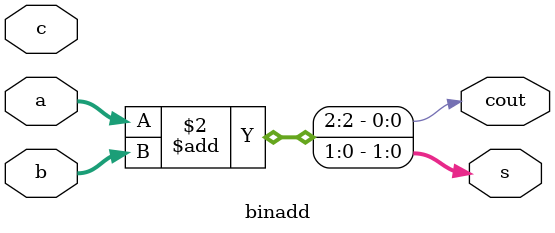
<source format=v>
module binadd(
    input [1:0] a,
    input [1:0] b,
    input c,
    output reg [1:0] s,
    output reg cout
    );
    always @(a or b)
    begin
        {cout,s}=a+b;
    end
endmodule

</source>
